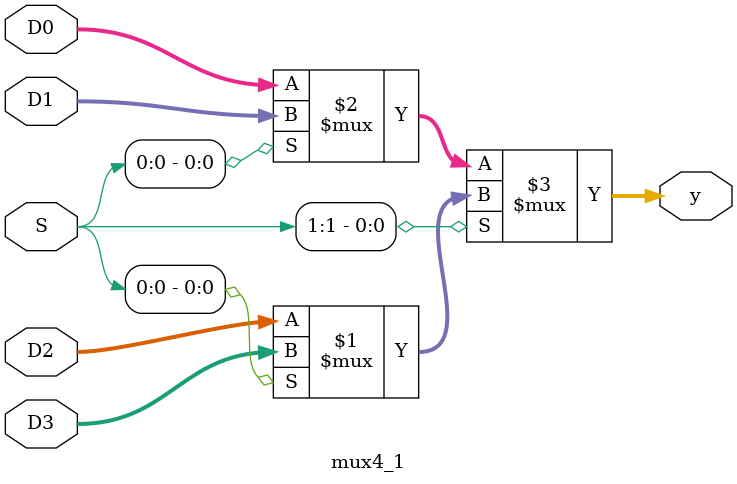
<source format=sv>
module lab3_addsub_waveform(
		input logic [31:0] A, B, 
		input logic [2:0] F,
		output logic [31:0] Y,
		output logic OF);

	logic OF1, OF2, x, y, z;
	logic [31:0] ip0, ip1, ip2, ip3, Ya, BB;

	mux4_1 m1 (ip0, ip1, ip2, ip3, F [1:0] , Y);
	Adder32bit_copy addsub(A, BB, F [2], Ya, OF1);

	assign x = A[31] ^ B[31];
	assign z = B[31] ~^ Ya[31];
	assign y = 1'b0;
	assign OF2 = x ? z : y;
	assign OF = F[2] ? OF2 : OF1;
	
	assign BB = F[2] ? ~B : B;

	assign ip0 = Ya;
	assign ip1 = Ya;
	assign ip2 = Ya;
	assign ip3 = Ya;

endmodule


module mux4_1( 
		input  logic [31:0] D0, D1, D2, D3, 
		input logic [1:0] S,
		output logic [31:0] y);

	
	assign y = S[1] ? (S[0] ? D3 : D2) : (S[0] ? D1 : D0);

endmodule

</source>
